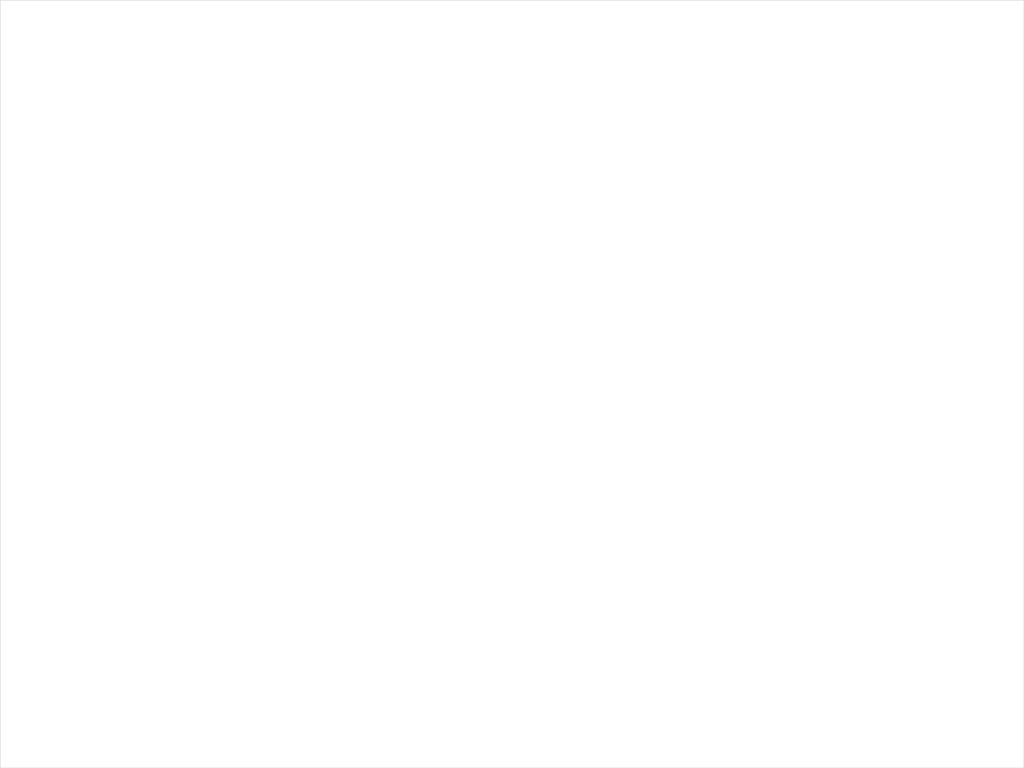
<source format=kicad_pcb>
(kicad_pcb (version 20221018) (generator pcbnew)

  (general
    (thickness 1.6)
  )

  (paper "A4")
  (title_block
    (title "Preamplifier A/D")
    (date "01/2023")
    (rev "A")
  )

  (layers
    (0 "F.Cu" signal)
    (31 "B.Cu" signal)
    (32 "B.Adhes" user "B.Adhesive")
    (33 "F.Adhes" user "F.Adhesive")
    (34 "B.Paste" user)
    (35 "F.Paste" user)
    (36 "B.SilkS" user "B.Silkscreen")
    (37 "F.SilkS" user "F.Silkscreen")
    (38 "B.Mask" user)
    (39 "F.Mask" user)
    (40 "Dwgs.User" user "User.Drawings")
    (41 "Cmts.User" user "User.Comments")
    (42 "Eco1.User" user "User.Eco1")
    (43 "Eco2.User" user "User.Eco2")
    (44 "Edge.Cuts" user)
    (45 "Margin" user)
    (46 "B.CrtYd" user "B.Courtyard")
    (47 "F.CrtYd" user "F.Courtyard")
    (48 "B.Fab" user)
    (49 "F.Fab" user)
    (50 "User.1" user)
    (51 "User.2" user)
    (52 "User.3" user)
    (53 "User.4" user)
    (54 "User.5" user)
    (55 "User.6" user)
    (56 "User.7" user)
    (57 "User.8" user)
    (58 "User.9" user)
  )

  (setup
    (stackup
      (layer "F.SilkS" (type "Top Silk Screen") (color "White"))
      (layer "F.Paste" (type "Top Solder Paste"))
      (layer "F.Mask" (type "Top Solder Mask") (color "Black") (thickness 0.01))
      (layer "F.Cu" (type "copper") (thickness 0.035))
      (layer "dielectric 1" (type "core") (thickness 1.51) (material "FR4") (epsilon_r 4.5) (loss_tangent 0.02))
      (layer "B.Cu" (type "copper") (thickness 0.035))
      (layer "B.Mask" (type "Bottom Solder Mask") (color "Black") (thickness 0.01))
      (layer "B.Paste" (type "Bottom Solder Paste"))
      (layer "B.SilkS" (type "Bottom Silk Screen") (color "White"))
      (copper_finish "None")
      (dielectric_constraints no)
    )
    (pad_to_mask_clearance 0)
    (aux_axis_origin 49 173)
    (pcbplotparams
      (layerselection 0x00010fc_ffffffff)
      (plot_on_all_layers_selection 0x0000000_00000000)
      (disableapertmacros false)
      (usegerberextensions false)
      (usegerberattributes true)
      (usegerberadvancedattributes true)
      (creategerberjobfile true)
      (dashed_line_dash_ratio 12.000000)
      (dashed_line_gap_ratio 3.000000)
      (svgprecision 4)
      (plotframeref false)
      (viasonmask false)
      (mode 1)
      (useauxorigin false)
      (hpglpennumber 1)
      (hpglpenspeed 20)
      (hpglpendiameter 15.000000)
      (dxfpolygonmode true)
      (dxfimperialunits true)
      (dxfusepcbnewfont true)
      (psnegative false)
      (psa4output false)
      (plotreference true)
      (plotvalue true)
      (plotinvisibletext false)
      (sketchpadsonfab false)
      (subtractmaskfromsilk false)
      (outputformat 1)
      (mirror false)
      (drillshape 1)
      (scaleselection 1)
      (outputdirectory "")
    )
  )

  (net 0 "")

  (gr_rect (start 49 23) (end 249 173)
    (stroke (width 0.1) (type default)) (fill none) (layer "Edge.Cuts") (tstamp 72870d93-eddd-461c-a59a-4032e0c1921a))

)

</source>
